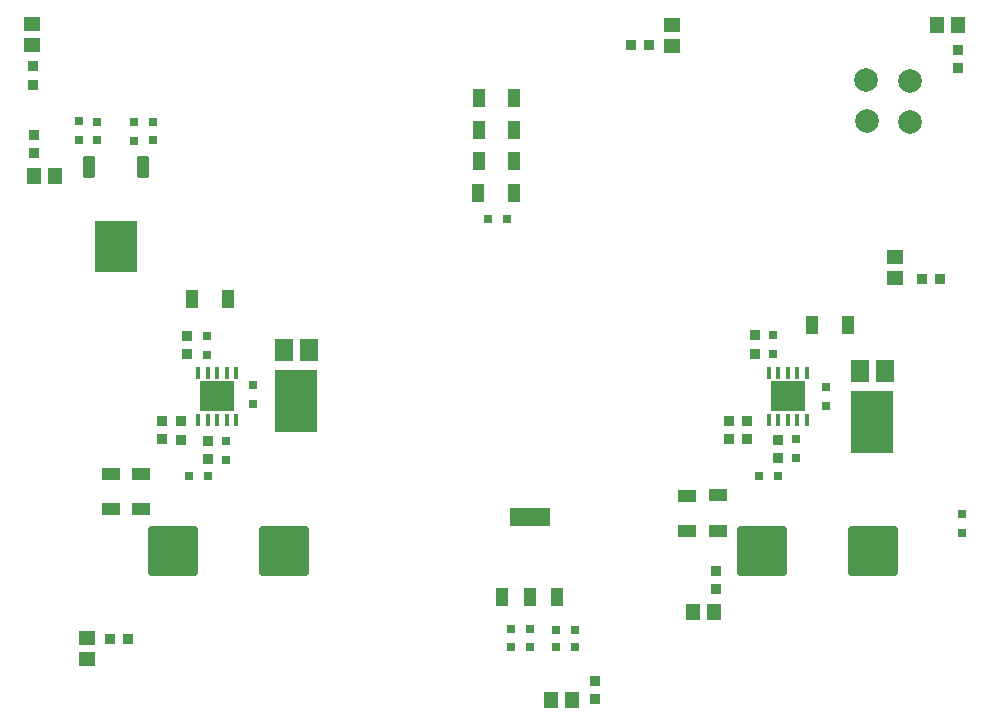
<source format=gbr>
%TF.GenerationSoftware,Altium Limited,Altium Designer,22.5.1 (42)*%
G04 Layer_Color=8421504*
%FSLAX44Y44*%
%MOMM*%
%TF.SameCoordinates,15DEB0BC-4505-4058-9DE8-AE4841CA441A*%
%TF.FilePolarity,Positive*%
%TF.FileFunction,Paste,Top*%
%TF.Part,Single*%
G01*
G75*
%TA.AperFunction,SMDPad,CuDef*%
%ADD10R,0.8000X0.8000*%
%ADD11R,0.8500X0.8500*%
%ADD12R,0.8000X0.8000*%
G04:AMPARAMS|DCode=13|XSize=4.2mm|YSize=4.2mm|CornerRadius=0.21mm|HoleSize=0mm|Usage=FLASHONLY|Rotation=180.000|XOffset=0mm|YOffset=0mm|HoleType=Round|Shape=RoundedRectangle|*
%AMROUNDEDRECTD13*
21,1,4.2000,3.7800,0,0,180.0*
21,1,3.7800,4.2000,0,0,180.0*
1,1,0.4200,-1.8900,1.8900*
1,1,0.4200,1.8900,1.8900*
1,1,0.4200,1.8900,-1.8900*
1,1,0.4200,-1.8900,-1.8900*
%
%ADD13ROUNDEDRECTD13*%
%ADD14R,3.6000X5.3500*%
%ADD15R,1.5000X1.8500*%
%ADD16R,1.1600X1.4700*%
%ADD17R,1.4700X1.1600*%
%ADD18R,1.1000X1.5500*%
%ADD19R,1.1000X1.5500*%
%ADD20R,3.4500X1.5500*%
%ADD21R,0.4000X1.0000*%
%ADD22R,3.0000X2.6000*%
%ADD23R,1.0000X1.6000*%
G04:AMPARAMS|DCode=24|XSize=1.9mm|YSize=0.96mm|CornerRadius=0.1152mm|HoleSize=0mm|Usage=FLASHONLY|Rotation=270.000|XOffset=0mm|YOffset=0mm|HoleType=Round|Shape=RoundedRectangle|*
%AMROUNDEDRECTD24*
21,1,1.9000,0.7296,0,0,270.0*
21,1,1.6696,0.9600,0,0,270.0*
1,1,0.2304,-0.3648,-0.8348*
1,1,0.2304,-0.3648,0.8348*
1,1,0.2304,0.3648,0.8348*
1,1,0.2304,0.3648,-0.8348*
%
%ADD24ROUNDEDRECTD24*%
%ADD26R,0.8500X0.8500*%
%ADD27R,1.6000X1.0000*%
%ADD28C,2.0000*%
G36*
X-345053Y94431D02*
X-309420D01*
Y51170D01*
X-345053D01*
Y94431D01*
D02*
G37*
D10*
X-234250Y-91750D02*
D03*
Y-107750D02*
D03*
X-211250Y-44750D02*
D03*
Y-60750D02*
D03*
X-250000Y-18750D02*
D03*
Y-2750D02*
D03*
X-296000Y162500D02*
D03*
Y178500D02*
D03*
X-311750Y162250D02*
D03*
Y178250D02*
D03*
X-343250Y162500D02*
D03*
Y178500D02*
D03*
X-358750Y163000D02*
D03*
Y179000D02*
D03*
X274000Y-46000D02*
D03*
Y-62000D02*
D03*
X248750Y-106500D02*
D03*
Y-90500D02*
D03*
X389250Y-169750D02*
D03*
Y-153750D02*
D03*
X228750Y-18500D02*
D03*
Y-2500D02*
D03*
D11*
X-249500Y-91750D02*
D03*
Y-107250D02*
D03*
X-272000Y-90750D02*
D03*
Y-75250D02*
D03*
X-288250Y-90500D02*
D03*
Y-75000D02*
D03*
X-267000Y-18500D02*
D03*
Y-3000D02*
D03*
X-398000Y209750D02*
D03*
Y225250D02*
D03*
X78500Y-295250D02*
D03*
Y-310750D02*
D03*
X180250Y-202000D02*
D03*
Y-217500D02*
D03*
X233250Y-90750D02*
D03*
Y-106250D02*
D03*
X385250Y224000D02*
D03*
Y239500D02*
D03*
X-396500Y167500D02*
D03*
Y152000D02*
D03*
X213750Y-18000D02*
D03*
Y-2500D02*
D03*
X191250Y-75000D02*
D03*
Y-90500D02*
D03*
X207000Y-90250D02*
D03*
Y-74750D02*
D03*
D12*
X-249500Y-121500D02*
D03*
X-265500D02*
D03*
X45000Y-266500D02*
D03*
X61000D02*
D03*
X45000Y-252000D02*
D03*
X61000D02*
D03*
X23250Y-251250D02*
D03*
X7250D02*
D03*
X23250Y-266750D02*
D03*
X7250D02*
D03*
X233000Y-121750D02*
D03*
X217000D02*
D03*
X3750Y95750D02*
D03*
X-12250D02*
D03*
D13*
X-279500Y-185000D02*
D03*
X-185500D02*
D03*
X219500D02*
D03*
X313500D02*
D03*
D14*
X-174750Y-57750D02*
D03*
X313000Y-76000D02*
D03*
D15*
X-185250Y-14750D02*
D03*
X-164250D02*
D03*
X302500Y-33000D02*
D03*
X323500D02*
D03*
D16*
X-378600Y132250D02*
D03*
X-396400D02*
D03*
X179150Y-237000D02*
D03*
X161350D02*
D03*
X58400Y-311250D02*
D03*
X40600D02*
D03*
X385400Y260000D02*
D03*
X367600D02*
D03*
D17*
X-398250Y261150D02*
D03*
Y243350D02*
D03*
X332500Y63650D02*
D03*
Y45850D02*
D03*
X-352250Y-259100D02*
D03*
Y-276900D02*
D03*
X143750Y242600D02*
D03*
Y260400D02*
D03*
D18*
X22750Y-224000D02*
D03*
X45750D02*
D03*
D19*
X-250D02*
D03*
D20*
X22750Y-156500D02*
D03*
D21*
X257500Y-34250D02*
D03*
X249500D02*
D03*
X241500D02*
D03*
X233500D02*
D03*
X225500D02*
D03*
Y-74250D02*
D03*
X233500D02*
D03*
X241500D02*
D03*
X249500D02*
D03*
X257500D02*
D03*
X-225750Y-34250D02*
D03*
X-233750D02*
D03*
X-241750D02*
D03*
X-249750D02*
D03*
X-257750D02*
D03*
Y-74250D02*
D03*
X-249750D02*
D03*
X-241750D02*
D03*
X-233750D02*
D03*
X-225750D02*
D03*
D22*
X241500Y-54250D02*
D03*
X-241750D02*
D03*
D23*
X9500Y118000D02*
D03*
X-20500D02*
D03*
X10000Y144750D02*
D03*
X-20000D02*
D03*
X10000Y171500D02*
D03*
X-20000D02*
D03*
X10000Y198750D02*
D03*
X-20000D02*
D03*
X-232750Y28000D02*
D03*
X-262750D02*
D03*
X262000Y6250D02*
D03*
X292000D02*
D03*
D24*
X-350050Y139900D02*
D03*
X-304450D02*
D03*
D26*
X-317000Y-259250D02*
D03*
X-332500D02*
D03*
X108500Y243000D02*
D03*
X124000D02*
D03*
X370250Y45000D02*
D03*
X354750D02*
D03*
D27*
X-332000Y-149750D02*
D03*
Y-119750D02*
D03*
X-306000Y-149750D02*
D03*
Y-119750D02*
D03*
X156000Y-168250D02*
D03*
Y-138250D02*
D03*
X182500Y-168000D02*
D03*
Y-138000D02*
D03*
D28*
X345000Y178250D02*
D03*
X308320Y178630D02*
D03*
X344740Y213130D02*
D03*
X307750Y213500D02*
D03*
%TF.MD5,4a7f48e21e933d428fd4494330abfdda*%
M02*

</source>
